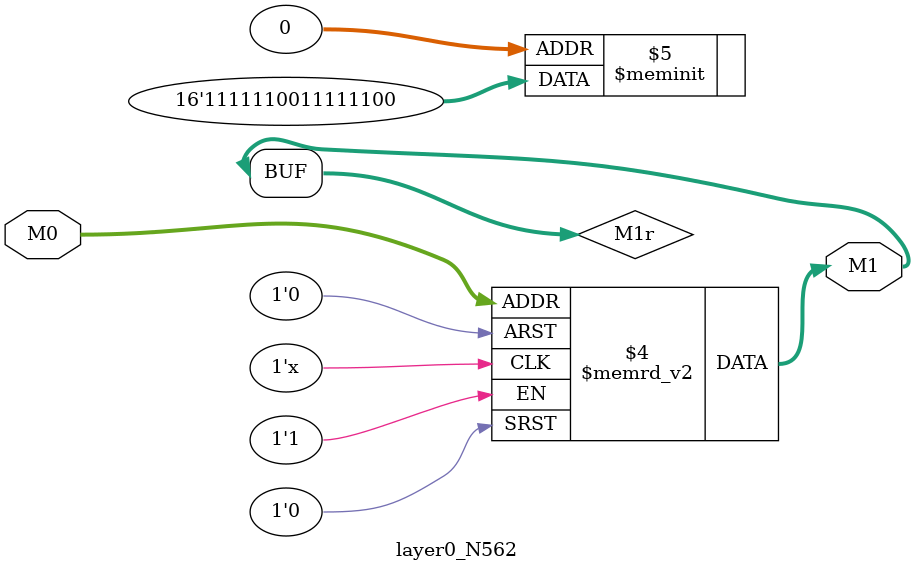
<source format=v>
module layer0_N562 ( input [2:0] M0, output [1:0] M1 );

	(*rom_style = "distributed" *) reg [1:0] M1r;
	assign M1 = M1r;
	always @ (M0) begin
		case (M0)
			3'b000: M1r = 2'b00;
			3'b100: M1r = 2'b00;
			3'b010: M1r = 2'b11;
			3'b110: M1r = 2'b11;
			3'b001: M1r = 2'b11;
			3'b101: M1r = 2'b11;
			3'b011: M1r = 2'b11;
			3'b111: M1r = 2'b11;

		endcase
	end
endmodule

</source>
